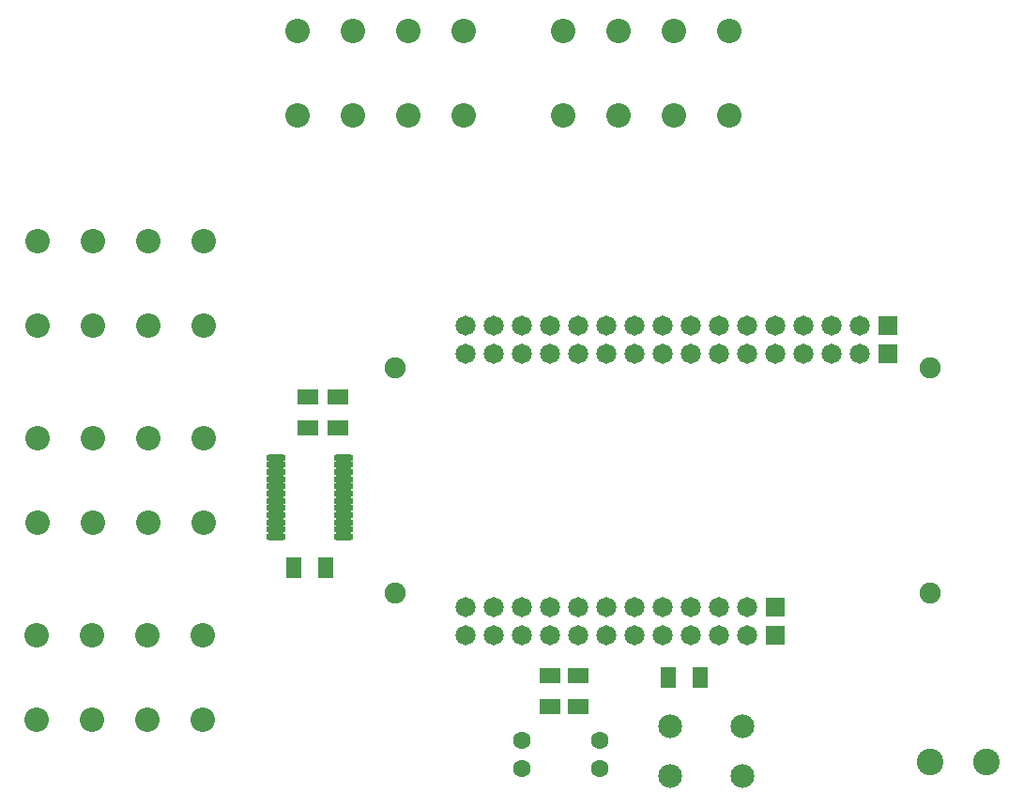
<source format=gbs>
G04*
G04 #@! TF.GenerationSoftware,Altium Limited,Altium Designer,20.0.11 (256)*
G04*
G04 Layer_Color=16711935*
%FSLAX44Y44*%
%MOMM*%
G71*
G01*
G75*
%ADD12C,2.2032*%
%ADD13C,2.1432*%
%ADD14C,2.4032*%
%ADD15C,1.6032*%
%ADD16C,1.8132*%
%ADD17R,1.8132X1.8132*%
%ADD18C,1.9032*%
%ADD33R,1.4532X1.9532*%
%ADD34O,1.8032X0.6532*%
%ADD35R,1.9532X1.4532*%
D12*
X1090310Y1220440D02*
D03*
X1040310D02*
D03*
X990310D02*
D03*
X940310D02*
D03*
X1090310Y1144240D02*
D03*
X1040310D02*
D03*
X990310D02*
D03*
X940310D02*
D03*
X941110Y1322040D02*
D03*
X991110D02*
D03*
X1041110D02*
D03*
X1091110D02*
D03*
X941110Y1398240D02*
D03*
X991110D02*
D03*
X1041110D02*
D03*
X1091110D02*
D03*
Y1576040D02*
D03*
X1041110D02*
D03*
X991110D02*
D03*
X941110D02*
D03*
X1091110Y1499840D02*
D03*
X1041110D02*
D03*
X991110D02*
D03*
X941110D02*
D03*
X1565580Y1765300D02*
D03*
X1515580D02*
D03*
X1465580D02*
D03*
X1415580D02*
D03*
X1565580Y1689100D02*
D03*
X1515580D02*
D03*
X1465580D02*
D03*
X1415580D02*
D03*
X1175880D02*
D03*
X1225880D02*
D03*
X1275880D02*
D03*
X1325880D02*
D03*
X1175880Y1765300D02*
D03*
X1225880D02*
D03*
X1275880D02*
D03*
X1325880D02*
D03*
D13*
X1576810Y1093440D02*
D03*
X1511810D02*
D03*
X1576810Y1138440D02*
D03*
X1511810D02*
D03*
D14*
X1746760Y1106140D02*
D03*
X1796760D02*
D03*
D15*
X1378460Y1099790D02*
D03*
Y1125190D02*
D03*
X1448310Y1099790D02*
D03*
Y1125190D02*
D03*
D16*
X1429260Y1474440D02*
D03*
X1454660D02*
D03*
X1480060D02*
D03*
X1505460D02*
D03*
X1530860D02*
D03*
X1683260D02*
D03*
X1657860D02*
D03*
X1632460D02*
D03*
X1607060D02*
D03*
X1581660D02*
D03*
X1556260D02*
D03*
X1403860D02*
D03*
X1378460D02*
D03*
X1353060D02*
D03*
X1327660D02*
D03*
Y1245840D02*
D03*
X1353060D02*
D03*
X1378460D02*
D03*
X1403860D02*
D03*
X1429260D02*
D03*
X1581660D02*
D03*
X1556260D02*
D03*
X1530860D02*
D03*
X1505460D02*
D03*
X1480060D02*
D03*
X1454660D02*
D03*
X1429260Y1499840D02*
D03*
X1454660D02*
D03*
X1480060D02*
D03*
X1505460D02*
D03*
X1530860D02*
D03*
X1683260D02*
D03*
X1657860D02*
D03*
X1632460D02*
D03*
X1607060D02*
D03*
X1581660D02*
D03*
X1556260D02*
D03*
X1403860D02*
D03*
X1378460D02*
D03*
X1353060D02*
D03*
X1327660D02*
D03*
Y1220440D02*
D03*
X1353060D02*
D03*
X1378460D02*
D03*
X1403860D02*
D03*
X1429260D02*
D03*
X1581660D02*
D03*
X1556260D02*
D03*
X1530860D02*
D03*
X1505460D02*
D03*
X1480060D02*
D03*
X1454660D02*
D03*
D17*
X1708660Y1474440D02*
D03*
X1607060Y1245840D02*
D03*
X1708660Y1499840D02*
D03*
X1607060Y1220440D02*
D03*
D18*
X1746760Y1461740D02*
D03*
Y1258540D02*
D03*
X1264160Y1461740D02*
D03*
Y1258540D02*
D03*
D33*
X1172690Y1281400D02*
D03*
X1200690D02*
D03*
X1510510Y1182340D02*
D03*
X1538510D02*
D03*
D34*
X1156190Y1309150D02*
D03*
Y1315650D02*
D03*
Y1322150D02*
D03*
Y1328650D02*
D03*
Y1335150D02*
D03*
Y1341650D02*
D03*
Y1348150D02*
D03*
Y1354650D02*
D03*
Y1361150D02*
D03*
Y1367650D02*
D03*
Y1374150D02*
D03*
Y1380650D02*
D03*
X1217190Y1309150D02*
D03*
Y1315650D02*
D03*
Y1322150D02*
D03*
Y1328650D02*
D03*
Y1335150D02*
D03*
Y1341650D02*
D03*
Y1348150D02*
D03*
Y1354650D02*
D03*
Y1361150D02*
D03*
Y1367650D02*
D03*
Y1374150D02*
D03*
Y1380650D02*
D03*
D35*
X1185420Y1435100D02*
D03*
Y1407100D02*
D03*
X1212090Y1435100D02*
D03*
Y1407100D02*
D03*
X1403860Y1183640D02*
D03*
Y1155640D02*
D03*
X1429260Y1183640D02*
D03*
Y1155640D02*
D03*
M02*

</source>
